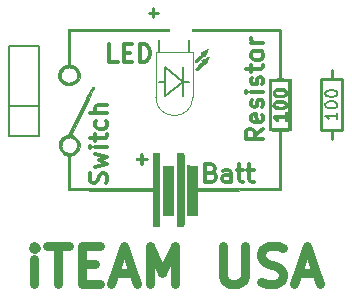
<source format=gto>
G04 #@! TF.FileFunction,Legend,Top*
%FSLAX46Y46*%
G04 Gerber Fmt 4.6, Leading zero omitted, Abs format (unit mm)*
G04 Created by KiCad (PCBNEW 4.0.7) date 02/19/20 21:01:50*
%MOMM*%
%LPD*%
G01*
G04 APERTURE LIST*
%ADD10C,0.100000*%
%ADD11C,0.300000*%
%ADD12C,0.250000*%
%ADD13C,0.800000*%
%ADD14C,0.150000*%
%ADD15C,0.120000*%
%ADD16C,0.254000*%
%ADD17C,0.010000*%
G04 APERTURE END LIST*
D10*
D11*
X178403429Y-91332857D02*
X178617715Y-91404286D01*
X178689143Y-91475714D01*
X178760572Y-91618571D01*
X178760572Y-91832857D01*
X178689143Y-91975714D01*
X178617715Y-92047143D01*
X178474857Y-92118571D01*
X177903429Y-92118571D01*
X177903429Y-90618571D01*
X178403429Y-90618571D01*
X178546286Y-90690000D01*
X178617715Y-90761429D01*
X178689143Y-90904286D01*
X178689143Y-91047143D01*
X178617715Y-91190000D01*
X178546286Y-91261429D01*
X178403429Y-91332857D01*
X177903429Y-91332857D01*
X180046286Y-92118571D02*
X180046286Y-91332857D01*
X179974857Y-91190000D01*
X179832000Y-91118571D01*
X179546286Y-91118571D01*
X179403429Y-91190000D01*
X180046286Y-92047143D02*
X179903429Y-92118571D01*
X179546286Y-92118571D01*
X179403429Y-92047143D01*
X179332000Y-91904286D01*
X179332000Y-91761429D01*
X179403429Y-91618571D01*
X179546286Y-91547143D01*
X179903429Y-91547143D01*
X180046286Y-91475714D01*
X180546286Y-91118571D02*
X181117715Y-91118571D01*
X180760572Y-90618571D02*
X180760572Y-91904286D01*
X180832000Y-92047143D01*
X180974858Y-92118571D01*
X181117715Y-92118571D01*
X181403429Y-91118571D02*
X181974858Y-91118571D01*
X181617715Y-90618571D02*
X181617715Y-91904286D01*
X181689143Y-92047143D01*
X181832001Y-92118571D01*
X181974858Y-92118571D01*
X169517143Y-92221429D02*
X169588571Y-92007143D01*
X169588571Y-91650000D01*
X169517143Y-91507143D01*
X169445714Y-91435714D01*
X169302857Y-91364286D01*
X169160000Y-91364286D01*
X169017143Y-91435714D01*
X168945714Y-91507143D01*
X168874286Y-91650000D01*
X168802857Y-91935714D01*
X168731429Y-92078572D01*
X168660000Y-92150000D01*
X168517143Y-92221429D01*
X168374286Y-92221429D01*
X168231429Y-92150000D01*
X168160000Y-92078572D01*
X168088571Y-91935714D01*
X168088571Y-91578572D01*
X168160000Y-91364286D01*
X168588571Y-90864286D02*
X169588571Y-90578572D01*
X168874286Y-90292858D01*
X169588571Y-90007143D01*
X168588571Y-89721429D01*
X169588571Y-89150000D02*
X168588571Y-89150000D01*
X168088571Y-89150000D02*
X168160000Y-89221429D01*
X168231429Y-89150000D01*
X168160000Y-89078572D01*
X168088571Y-89150000D01*
X168231429Y-89150000D01*
X168588571Y-88650000D02*
X168588571Y-88078571D01*
X168088571Y-88435714D02*
X169374286Y-88435714D01*
X169517143Y-88364286D01*
X169588571Y-88221428D01*
X169588571Y-88078571D01*
X169517143Y-86935714D02*
X169588571Y-87078571D01*
X169588571Y-87364285D01*
X169517143Y-87507143D01*
X169445714Y-87578571D01*
X169302857Y-87650000D01*
X168874286Y-87650000D01*
X168731429Y-87578571D01*
X168660000Y-87507143D01*
X168588571Y-87364285D01*
X168588571Y-87078571D01*
X168660000Y-86935714D01*
X169588571Y-86292857D02*
X168088571Y-86292857D01*
X169588571Y-85650000D02*
X168802857Y-85650000D01*
X168660000Y-85721429D01*
X168588571Y-85864286D01*
X168588571Y-86078571D01*
X168660000Y-86221429D01*
X168731429Y-86292857D01*
X182796571Y-87649428D02*
X182082286Y-88149428D01*
X182796571Y-88506571D02*
X181296571Y-88506571D01*
X181296571Y-87935143D01*
X181368000Y-87792285D01*
X181439429Y-87720857D01*
X181582286Y-87649428D01*
X181796571Y-87649428D01*
X181939429Y-87720857D01*
X182010857Y-87792285D01*
X182082286Y-87935143D01*
X182082286Y-88506571D01*
X182725143Y-86435143D02*
X182796571Y-86578000D01*
X182796571Y-86863714D01*
X182725143Y-87006571D01*
X182582286Y-87078000D01*
X182010857Y-87078000D01*
X181868000Y-87006571D01*
X181796571Y-86863714D01*
X181796571Y-86578000D01*
X181868000Y-86435143D01*
X182010857Y-86363714D01*
X182153714Y-86363714D01*
X182296571Y-87078000D01*
X182725143Y-85792286D02*
X182796571Y-85649429D01*
X182796571Y-85363714D01*
X182725143Y-85220857D01*
X182582286Y-85149429D01*
X182510857Y-85149429D01*
X182368000Y-85220857D01*
X182296571Y-85363714D01*
X182296571Y-85578000D01*
X182225143Y-85720857D01*
X182082286Y-85792286D01*
X182010857Y-85792286D01*
X181868000Y-85720857D01*
X181796571Y-85578000D01*
X181796571Y-85363714D01*
X181868000Y-85220857D01*
X182796571Y-84506571D02*
X181796571Y-84506571D01*
X181296571Y-84506571D02*
X181368000Y-84578000D01*
X181439429Y-84506571D01*
X181368000Y-84435143D01*
X181296571Y-84506571D01*
X181439429Y-84506571D01*
X182725143Y-83863714D02*
X182796571Y-83720857D01*
X182796571Y-83435142D01*
X182725143Y-83292285D01*
X182582286Y-83220857D01*
X182510857Y-83220857D01*
X182368000Y-83292285D01*
X182296571Y-83435142D01*
X182296571Y-83649428D01*
X182225143Y-83792285D01*
X182082286Y-83863714D01*
X182010857Y-83863714D01*
X181868000Y-83792285D01*
X181796571Y-83649428D01*
X181796571Y-83435142D01*
X181868000Y-83292285D01*
X181796571Y-82792285D02*
X181796571Y-82220856D01*
X181296571Y-82577999D02*
X182582286Y-82577999D01*
X182725143Y-82506571D01*
X182796571Y-82363713D01*
X182796571Y-82220856D01*
X182796571Y-81506570D02*
X182725143Y-81649428D01*
X182653714Y-81720856D01*
X182510857Y-81792285D01*
X182082286Y-81792285D01*
X181939429Y-81720856D01*
X181868000Y-81649428D01*
X181796571Y-81506570D01*
X181796571Y-81292285D01*
X181868000Y-81149428D01*
X181939429Y-81077999D01*
X182082286Y-81006570D01*
X182510857Y-81006570D01*
X182653714Y-81077999D01*
X182725143Y-81149428D01*
X182796571Y-81292285D01*
X182796571Y-81506570D01*
X182796571Y-80363713D02*
X181796571Y-80363713D01*
X182082286Y-80363713D02*
X181939429Y-80292285D01*
X181868000Y-80220856D01*
X181796571Y-80077999D01*
X181796571Y-79935142D01*
X170485715Y-81958571D02*
X169771429Y-81958571D01*
X169771429Y-80458571D01*
X170985715Y-81172857D02*
X171485715Y-81172857D01*
X171700001Y-81958571D02*
X170985715Y-81958571D01*
X170985715Y-80458571D01*
X171700001Y-80458571D01*
X172342858Y-81958571D02*
X172342858Y-80458571D01*
X172700001Y-80458571D01*
X172914286Y-80530000D01*
X173057144Y-80672857D01*
X173128572Y-80815714D01*
X173200001Y-81101429D01*
X173200001Y-81315714D01*
X173128572Y-81601429D01*
X173057144Y-81744286D01*
X172914286Y-81887143D01*
X172700001Y-81958571D01*
X172342858Y-81958571D01*
D12*
X173101048Y-77795429D02*
X173862953Y-77795429D01*
X173482001Y-78176381D02*
X173482001Y-77414476D01*
D13*
X163420716Y-100784238D02*
X163420716Y-98617571D01*
X163420716Y-97534238D02*
X163265954Y-97689000D01*
X163420716Y-97843762D01*
X163575477Y-97689000D01*
X163420716Y-97534238D01*
X163420716Y-97843762D01*
X164504049Y-97534238D02*
X166361192Y-97534238D01*
X165432620Y-100784238D02*
X165432620Y-97534238D01*
X167444525Y-99081857D02*
X168527858Y-99081857D01*
X168992144Y-100784238D02*
X167444525Y-100784238D01*
X167444525Y-97534238D01*
X168992144Y-97534238D01*
X170230239Y-99855667D02*
X171777858Y-99855667D01*
X169920715Y-100784238D02*
X171004048Y-97534238D01*
X172087381Y-100784238D01*
X173170715Y-100784238D02*
X173170715Y-97534238D01*
X174254048Y-99855667D01*
X175337381Y-97534238D01*
X175337381Y-100784238D01*
X179361191Y-97534238D02*
X179361191Y-100165190D01*
X179515952Y-100474714D01*
X179670714Y-100629476D01*
X179980238Y-100784238D01*
X180599286Y-100784238D01*
X180908810Y-100629476D01*
X181063571Y-100474714D01*
X181218333Y-100165190D01*
X181218333Y-97534238D01*
X182611191Y-100629476D02*
X183075476Y-100784238D01*
X183849286Y-100784238D01*
X184158810Y-100629476D01*
X184313572Y-100474714D01*
X184468333Y-100165190D01*
X184468333Y-99855667D01*
X184313572Y-99546143D01*
X184158810Y-99391381D01*
X183849286Y-99236619D01*
X183230238Y-99081857D01*
X182920714Y-98927095D01*
X182765953Y-98772333D01*
X182611191Y-98462810D01*
X182611191Y-98153286D01*
X182765953Y-97843762D01*
X182920714Y-97689000D01*
X183230238Y-97534238D01*
X184004048Y-97534238D01*
X184468333Y-97689000D01*
X185706429Y-99855667D02*
X187254048Y-99855667D01*
X185396905Y-100784238D02*
X186480238Y-97534238D01*
X187563571Y-100784238D01*
D14*
X174490000Y-83625000D02*
X173990000Y-83625000D01*
X175990000Y-82375000D02*
X175990000Y-84875000D01*
X174490000Y-84875000D02*
X175990000Y-83625000D01*
X175990000Y-83625000D02*
X174490000Y-82375000D01*
X174490000Y-82375000D02*
X174490000Y-84875000D01*
X175990000Y-83625000D02*
X176490000Y-83625000D01*
X176490000Y-81125000D02*
X176490000Y-80125000D01*
X173990000Y-81125000D02*
X173990000Y-80125000D01*
D15*
X176820000Y-84945000D02*
G75*
G02X173700000Y-84945000I-1560000J0D01*
G01*
X173700000Y-81085000D02*
X173700000Y-84945000D01*
X176820000Y-81085000D02*
X176820000Y-84945000D01*
X173700000Y-81085000D02*
X176820000Y-81085000D01*
X176820000Y-82205000D02*
X176820000Y-81085000D01*
X173990000Y-81085000D02*
X173990000Y-81085000D01*
X176530000Y-81085000D02*
X176530000Y-81085000D01*
D16*
X187706000Y-87757000D02*
X189484000Y-87757000D01*
X189484000Y-87757000D02*
X189484000Y-83439000D01*
X187706000Y-83439000D02*
X187706000Y-87757000D01*
X188595000Y-83439000D02*
X188595000Y-82677000D01*
X188595000Y-87757000D02*
X188595000Y-88519000D01*
X187706000Y-83439000D02*
X189484000Y-83439000D01*
D14*
X163830000Y-88265000D02*
X161290000Y-88265000D01*
X161290000Y-88265000D02*
X161290000Y-80645000D01*
X161290000Y-80645000D02*
X163830000Y-80645000D01*
X163830000Y-80645000D02*
X163830000Y-88265000D01*
X161290000Y-85725000D02*
X163830000Y-85725000D01*
D17*
G36*
X178156632Y-81590110D02*
X178117323Y-81690456D01*
X178055964Y-81830484D01*
X178024941Y-81897707D01*
X177947175Y-82052971D01*
X177889639Y-82145246D01*
X177856841Y-82167729D01*
X177852158Y-82158417D01*
X177825507Y-82095610D01*
X177808416Y-82084333D01*
X177768861Y-82112404D01*
X177683370Y-82188362D01*
X177565468Y-82299826D01*
X177458888Y-82404264D01*
X177314210Y-82545574D01*
X177215808Y-82633315D01*
X177151832Y-82675481D01*
X177110434Y-82680065D01*
X177082351Y-82658264D01*
X177057101Y-82620948D01*
X177053232Y-82581582D01*
X177078426Y-82528379D01*
X177140365Y-82449556D01*
X177246733Y-82333325D01*
X177395311Y-82178165D01*
X177519303Y-82045110D01*
X177588145Y-81957678D01*
X177609177Y-81904364D01*
X177589735Y-81873659D01*
X177589559Y-81873550D01*
X177546223Y-81833131D01*
X177547226Y-81818360D01*
X177601915Y-81786873D01*
X177705392Y-81736811D01*
X177834964Y-81678093D01*
X177967939Y-81620635D01*
X178081624Y-81574356D01*
X178153324Y-81549172D01*
X178166501Y-81547723D01*
X178156632Y-81590110D01*
X178156632Y-81590110D01*
G37*
X178156632Y-81590110D02*
X178117323Y-81690456D01*
X178055964Y-81830484D01*
X178024941Y-81897707D01*
X177947175Y-82052971D01*
X177889639Y-82145246D01*
X177856841Y-82167729D01*
X177852158Y-82158417D01*
X177825507Y-82095610D01*
X177808416Y-82084333D01*
X177768861Y-82112404D01*
X177683370Y-82188362D01*
X177565468Y-82299826D01*
X177458888Y-82404264D01*
X177314210Y-82545574D01*
X177215808Y-82633315D01*
X177151832Y-82675481D01*
X177110434Y-82680065D01*
X177082351Y-82658264D01*
X177057101Y-82620948D01*
X177053232Y-82581582D01*
X177078426Y-82528379D01*
X177140365Y-82449556D01*
X177246733Y-82333325D01*
X177395311Y-82178165D01*
X177519303Y-82045110D01*
X177588145Y-81957678D01*
X177609177Y-81904364D01*
X177589735Y-81873659D01*
X177589559Y-81873550D01*
X177546223Y-81833131D01*
X177547226Y-81818360D01*
X177601915Y-81786873D01*
X177705392Y-81736811D01*
X177834964Y-81678093D01*
X177967939Y-81620635D01*
X178081624Y-81574356D01*
X178153324Y-81549172D01*
X178166501Y-81547723D01*
X178156632Y-81590110D01*
G36*
X178109805Y-80892271D02*
X178071132Y-80987532D01*
X178011574Y-81125118D01*
X177979507Y-81197033D01*
X177902984Y-81360154D01*
X177849908Y-81453460D01*
X177813645Y-81486278D01*
X177787563Y-81467935D01*
X177787251Y-81467381D01*
X177761276Y-81444592D01*
X177717888Y-81455750D01*
X177646324Y-81508343D01*
X177535819Y-81609856D01*
X177422223Y-81721296D01*
X177278363Y-81862880D01*
X177181158Y-81952047D01*
X177117863Y-81996712D01*
X177075733Y-82004790D01*
X177042021Y-81984197D01*
X177025940Y-81967395D01*
X176998123Y-81929304D01*
X176995381Y-81889346D01*
X177025982Y-81834361D01*
X177098194Y-81751187D01*
X177220283Y-81626664D01*
X177272861Y-81574319D01*
X177413730Y-81431811D01*
X177500562Y-81335311D01*
X177541310Y-81273159D01*
X177543925Y-81233692D01*
X177521893Y-81209115D01*
X177499094Y-81179841D01*
X177519317Y-81145937D01*
X177593386Y-81098994D01*
X177732127Y-81030603D01*
X177780911Y-81007910D01*
X177930494Y-80939412D01*
X178047282Y-80887088D01*
X178112806Y-80859166D01*
X178120418Y-80856667D01*
X178109805Y-80892271D01*
X178109805Y-80892271D01*
G37*
X178109805Y-80892271D02*
X178071132Y-80987532D01*
X178011574Y-81125118D01*
X177979507Y-81197033D01*
X177902984Y-81360154D01*
X177849908Y-81453460D01*
X177813645Y-81486278D01*
X177787563Y-81467935D01*
X177787251Y-81467381D01*
X177761276Y-81444592D01*
X177717888Y-81455750D01*
X177646324Y-81508343D01*
X177535819Y-81609856D01*
X177422223Y-81721296D01*
X177278363Y-81862880D01*
X177181158Y-81952047D01*
X177117863Y-81996712D01*
X177075733Y-82004790D01*
X177042021Y-81984197D01*
X177025940Y-81967395D01*
X176998123Y-81929304D01*
X176995381Y-81889346D01*
X177025982Y-81834361D01*
X177098194Y-81751187D01*
X177220283Y-81626664D01*
X177272861Y-81574319D01*
X177413730Y-81431811D01*
X177500562Y-81335311D01*
X177541310Y-81273159D01*
X177543925Y-81233692D01*
X177521893Y-81209115D01*
X177499094Y-81179841D01*
X177519317Y-81145937D01*
X177593386Y-81098994D01*
X177732127Y-81030603D01*
X177780911Y-81007910D01*
X177930494Y-80939412D01*
X178047282Y-80887088D01*
X178112806Y-80859166D01*
X178120418Y-80856667D01*
X178109805Y-80892271D01*
G36*
X168422458Y-84121894D02*
X168461781Y-84165217D01*
X168463311Y-84174868D01*
X168448241Y-84211318D01*
X168404809Y-84305090D01*
X168335675Y-84450682D01*
X168243501Y-84642589D01*
X168130951Y-84875308D01*
X168000685Y-85143336D01*
X167855366Y-85441170D01*
X167697656Y-85763306D01*
X167530218Y-86104240D01*
X167519117Y-86126808D01*
X167350819Y-86469320D01*
X167191782Y-86793799D01*
X167044706Y-87094682D01*
X166912290Y-87366410D01*
X166797233Y-87603420D01*
X166702235Y-87800151D01*
X166629994Y-87951043D01*
X166583211Y-88050535D01*
X166564583Y-88093066D01*
X166564427Y-88093652D01*
X166587782Y-88136307D01*
X166663987Y-88179991D01*
X166685188Y-88188120D01*
X166887525Y-88295920D01*
X167056930Y-88456651D01*
X167182704Y-88656802D01*
X167254154Y-88882857D01*
X167258813Y-88912852D01*
X167255998Y-89120463D01*
X167198296Y-89328464D01*
X167095058Y-89521891D01*
X166955636Y-89685780D01*
X166789382Y-89805167D01*
X166672183Y-89851590D01*
X166569278Y-89879725D01*
X166491946Y-89901048D01*
X166475104Y-89905764D01*
X166463512Y-89923955D01*
X166454004Y-89974859D01*
X166446412Y-90063772D01*
X166440568Y-90195985D01*
X166436304Y-90376794D01*
X166433452Y-90611491D01*
X166431844Y-90905370D01*
X166431312Y-91263725D01*
X166431311Y-91285625D01*
X166431311Y-92653069D01*
X173472489Y-92653069D01*
X173490759Y-89657621D01*
X173981242Y-89657621D01*
X173981242Y-95858725D01*
X173752033Y-95868918D01*
X173630961Y-95870614D01*
X173539057Y-95865062D01*
X173498033Y-95854320D01*
X173492762Y-95815093D01*
X173487874Y-95713169D01*
X173483490Y-95555917D01*
X173479730Y-95350710D01*
X173476717Y-95104917D01*
X173474571Y-94825910D01*
X173473413Y-94521060D01*
X173473242Y-94346566D01*
X173473242Y-92863604D01*
X169855931Y-92854681D01*
X166238621Y-92845759D01*
X166229486Y-91370985D01*
X166220352Y-89896211D01*
X166087764Y-89856487D01*
X165982870Y-89809570D01*
X165864163Y-89734569D01*
X165806656Y-89689634D01*
X165639847Y-89504500D01*
X165534152Y-89292983D01*
X165491145Y-89066564D01*
X165708404Y-89066564D01*
X165727779Y-89176357D01*
X165794955Y-89329204D01*
X165901929Y-89474295D01*
X166028753Y-89587376D01*
X166097832Y-89626315D01*
X166232941Y-89661517D01*
X166397771Y-89672339D01*
X166556065Y-89657993D01*
X166630478Y-89637875D01*
X166798675Y-89538779D01*
X166929035Y-89390328D01*
X167011626Y-89207442D01*
X167036907Y-89027477D01*
X167005057Y-88812104D01*
X166914590Y-88628151D01*
X166773130Y-88484191D01*
X166588300Y-88388800D01*
X166439753Y-88355815D01*
X166241999Y-88364494D01*
X166062061Y-88431524D01*
X165909336Y-88546076D01*
X165793220Y-88697319D01*
X165723111Y-88874424D01*
X165708404Y-89066564D01*
X165491145Y-89066564D01*
X165490891Y-89065229D01*
X165511384Y-88831387D01*
X165596951Y-88601602D01*
X165652942Y-88508254D01*
X165792288Y-88347793D01*
X165970108Y-88230755D01*
X166126173Y-88168436D01*
X166298321Y-88112316D01*
X167279865Y-86117245D01*
X167451862Y-85768459D01*
X167615439Y-85438322D01*
X167767881Y-85132209D01*
X167906473Y-84855497D01*
X168028502Y-84613562D01*
X168131251Y-84411782D01*
X168212008Y-84255534D01*
X168268057Y-84150193D01*
X168296683Y-84101137D01*
X168299162Y-84098341D01*
X168356389Y-84094072D01*
X168422458Y-84121894D01*
X168422458Y-84121894D01*
G37*
X168422458Y-84121894D02*
X168461781Y-84165217D01*
X168463311Y-84174868D01*
X168448241Y-84211318D01*
X168404809Y-84305090D01*
X168335675Y-84450682D01*
X168243501Y-84642589D01*
X168130951Y-84875308D01*
X168000685Y-85143336D01*
X167855366Y-85441170D01*
X167697656Y-85763306D01*
X167530218Y-86104240D01*
X167519117Y-86126808D01*
X167350819Y-86469320D01*
X167191782Y-86793799D01*
X167044706Y-87094682D01*
X166912290Y-87366410D01*
X166797233Y-87603420D01*
X166702235Y-87800151D01*
X166629994Y-87951043D01*
X166583211Y-88050535D01*
X166564583Y-88093066D01*
X166564427Y-88093652D01*
X166587782Y-88136307D01*
X166663987Y-88179991D01*
X166685188Y-88188120D01*
X166887525Y-88295920D01*
X167056930Y-88456651D01*
X167182704Y-88656802D01*
X167254154Y-88882857D01*
X167258813Y-88912852D01*
X167255998Y-89120463D01*
X167198296Y-89328464D01*
X167095058Y-89521891D01*
X166955636Y-89685780D01*
X166789382Y-89805167D01*
X166672183Y-89851590D01*
X166569278Y-89879725D01*
X166491946Y-89901048D01*
X166475104Y-89905764D01*
X166463512Y-89923955D01*
X166454004Y-89974859D01*
X166446412Y-90063772D01*
X166440568Y-90195985D01*
X166436304Y-90376794D01*
X166433452Y-90611491D01*
X166431844Y-90905370D01*
X166431312Y-91263725D01*
X166431311Y-91285625D01*
X166431311Y-92653069D01*
X173472489Y-92653069D01*
X173490759Y-89657621D01*
X173981242Y-89657621D01*
X173981242Y-95858725D01*
X173752033Y-95868918D01*
X173630961Y-95870614D01*
X173539057Y-95865062D01*
X173498033Y-95854320D01*
X173492762Y-95815093D01*
X173487874Y-95713169D01*
X173483490Y-95555917D01*
X173479730Y-95350710D01*
X173476717Y-95104917D01*
X173474571Y-94825910D01*
X173473413Y-94521060D01*
X173473242Y-94346566D01*
X173473242Y-92863604D01*
X169855931Y-92854681D01*
X166238621Y-92845759D01*
X166229486Y-91370985D01*
X166220352Y-89896211D01*
X166087764Y-89856487D01*
X165982870Y-89809570D01*
X165864163Y-89734569D01*
X165806656Y-89689634D01*
X165639847Y-89504500D01*
X165534152Y-89292983D01*
X165491145Y-89066564D01*
X165708404Y-89066564D01*
X165727779Y-89176357D01*
X165794955Y-89329204D01*
X165901929Y-89474295D01*
X166028753Y-89587376D01*
X166097832Y-89626315D01*
X166232941Y-89661517D01*
X166397771Y-89672339D01*
X166556065Y-89657993D01*
X166630478Y-89637875D01*
X166798675Y-89538779D01*
X166929035Y-89390328D01*
X167011626Y-89207442D01*
X167036907Y-89027477D01*
X167005057Y-88812104D01*
X166914590Y-88628151D01*
X166773130Y-88484191D01*
X166588300Y-88388800D01*
X166439753Y-88355815D01*
X166241999Y-88364494D01*
X166062061Y-88431524D01*
X165909336Y-88546076D01*
X165793220Y-88697319D01*
X165723111Y-88874424D01*
X165708404Y-89066564D01*
X165491145Y-89066564D01*
X165490891Y-89065229D01*
X165511384Y-88831387D01*
X165596951Y-88601602D01*
X165652942Y-88508254D01*
X165792288Y-88347793D01*
X165970108Y-88230755D01*
X166126173Y-88168436D01*
X166298321Y-88112316D01*
X167279865Y-86117245D01*
X167451862Y-85768459D01*
X167615439Y-85438322D01*
X167767881Y-85132209D01*
X167906473Y-84855497D01*
X168028502Y-84613562D01*
X168131251Y-84411782D01*
X168212008Y-84255534D01*
X168268057Y-84150193D01*
X168296683Y-84101137D01*
X168299162Y-84098341D01*
X168356389Y-84094072D01*
X168422458Y-84121894D01*
G36*
X175884212Y-89647664D02*
X175983349Y-89662512D01*
X176016300Y-89677677D01*
X176025114Y-89693394D01*
X176032848Y-89727744D01*
X176039570Y-89784869D01*
X176045347Y-89868910D01*
X176050244Y-89984009D01*
X176054329Y-90134305D01*
X176057668Y-90323941D01*
X176060328Y-90557057D01*
X176062376Y-90837796D01*
X176063877Y-91170297D01*
X176064899Y-91558703D01*
X176065508Y-92007153D01*
X176065770Y-92519790D01*
X176065793Y-92755456D01*
X176065565Y-93317410D01*
X176064848Y-93812656D01*
X176063598Y-94244552D01*
X176061768Y-94616460D01*
X176059313Y-94931736D01*
X176056186Y-95193742D01*
X176052343Y-95405836D01*
X176047736Y-95571378D01*
X176042320Y-95693727D01*
X176036049Y-95776242D01*
X176028878Y-95822282D01*
X176023752Y-95834200D01*
X175966579Y-95858413D01*
X175868688Y-95872493D01*
X175752611Y-95876519D01*
X175640876Y-95870570D01*
X175556014Y-95854724D01*
X175521375Y-95832449D01*
X175518984Y-95791607D01*
X175516898Y-95685808D01*
X175515129Y-95520160D01*
X175513691Y-95299775D01*
X175512595Y-95029761D01*
X175511855Y-94715231D01*
X175511483Y-94361293D01*
X175511491Y-93973058D01*
X175511892Y-93555637D01*
X175512700Y-93114138D01*
X175513716Y-92723138D01*
X175522759Y-89657621D01*
X175744783Y-89647111D01*
X175884212Y-89647664D01*
X175884212Y-89647664D01*
G37*
X175884212Y-89647664D02*
X175983349Y-89662512D01*
X176016300Y-89677677D01*
X176025114Y-89693394D01*
X176032848Y-89727744D01*
X176039570Y-89784869D01*
X176045347Y-89868910D01*
X176050244Y-89984009D01*
X176054329Y-90134305D01*
X176057668Y-90323941D01*
X176060328Y-90557057D01*
X176062376Y-90837796D01*
X176063877Y-91170297D01*
X176064899Y-91558703D01*
X176065508Y-92007153D01*
X176065770Y-92519790D01*
X176065793Y-92755456D01*
X176065565Y-93317410D01*
X176064848Y-93812656D01*
X176063598Y-94244552D01*
X176061768Y-94616460D01*
X176059313Y-94931736D01*
X176056186Y-95193742D01*
X176052343Y-95405836D01*
X176047736Y-95571378D01*
X176042320Y-95693727D01*
X176036049Y-95776242D01*
X176028878Y-95822282D01*
X176023752Y-95834200D01*
X175966579Y-95858413D01*
X175868688Y-95872493D01*
X175752611Y-95876519D01*
X175640876Y-95870570D01*
X175556014Y-95854724D01*
X175521375Y-95832449D01*
X175518984Y-95791607D01*
X175516898Y-95685808D01*
X175515129Y-95520160D01*
X175513691Y-95299775D01*
X175512595Y-95029761D01*
X175511855Y-94715231D01*
X175511483Y-94361293D01*
X175511491Y-93973058D01*
X175511892Y-93555637D01*
X175512700Y-93114138D01*
X175513716Y-92723138D01*
X175522759Y-89657621D01*
X175744783Y-89647111D01*
X175884212Y-89647664D01*
G36*
X175172414Y-94912794D02*
X174742558Y-94922636D01*
X174549375Y-94925102D01*
X174417120Y-94921656D01*
X174336846Y-94911595D01*
X174299605Y-94894219D01*
X174295535Y-94887601D01*
X174292566Y-94845267D01*
X174290064Y-94739178D01*
X174288055Y-94575647D01*
X174286562Y-94360985D01*
X174285609Y-94101507D01*
X174285222Y-93803524D01*
X174285424Y-93473348D01*
X174286240Y-93117294D01*
X174287460Y-92793207D01*
X174296552Y-90743690D01*
X175172414Y-90743690D01*
X175172414Y-94912794D01*
X175172414Y-94912794D01*
G37*
X175172414Y-94912794D02*
X174742558Y-94922636D01*
X174549375Y-94925102D01*
X174417120Y-94921656D01*
X174336846Y-94911595D01*
X174299605Y-94894219D01*
X174295535Y-94887601D01*
X174292566Y-94845267D01*
X174290064Y-94739178D01*
X174288055Y-94575647D01*
X174286562Y-94360985D01*
X174285609Y-94101507D01*
X174285222Y-93803524D01*
X174285424Y-93473348D01*
X174286240Y-93117294D01*
X174287460Y-92793207D01*
X174296552Y-90743690D01*
X175172414Y-90743690D01*
X175172414Y-94912794D01*
G36*
X182644477Y-79171971D02*
X183029877Y-79173275D01*
X183357569Y-79175283D01*
X183630023Y-79178015D01*
X183849712Y-79181491D01*
X184019105Y-79185731D01*
X184140676Y-79190754D01*
X184216896Y-79196582D01*
X184250235Y-79203234D01*
X184251321Y-79203958D01*
X184261560Y-79223017D01*
X184270285Y-79265135D01*
X184277604Y-79335194D01*
X184283630Y-79438076D01*
X184288473Y-79578663D01*
X184292242Y-79761838D01*
X184295049Y-79992481D01*
X184297005Y-80275476D01*
X184298219Y-80615704D01*
X184298803Y-81018047D01*
X184298897Y-81305075D01*
X184298897Y-83366708D01*
X184710552Y-83376578D01*
X185122207Y-83386449D01*
X185122207Y-87765759D01*
X184710782Y-87775627D01*
X184299357Y-87785496D01*
X184290368Y-90315627D01*
X184281379Y-92845759D01*
X177222989Y-92863611D01*
X177213701Y-93888202D01*
X177204414Y-94912794D01*
X176799650Y-94922604D01*
X176637690Y-94924483D01*
X176502136Y-94922207D01*
X176407902Y-94916284D01*
X176370478Y-94908007D01*
X176366077Y-94869498D01*
X176361930Y-94767104D01*
X176358111Y-94607008D01*
X176354690Y-94395393D01*
X176351739Y-94138442D01*
X176349330Y-93842339D01*
X176347534Y-93513267D01*
X176346424Y-93157409D01*
X176346069Y-92803807D01*
X176346069Y-90724016D01*
X176775242Y-90733853D01*
X177204414Y-90743690D01*
X177213736Y-91698380D01*
X177223057Y-92653069D01*
X184088690Y-92653069D01*
X184088690Y-87785500D01*
X183677035Y-87775629D01*
X183265379Y-87765759D01*
X183265379Y-83579138D01*
X183458069Y-83579138D01*
X183458069Y-87573069D01*
X184929517Y-87573069D01*
X184929517Y-83579138D01*
X183458069Y-83579138D01*
X183265379Y-83579138D01*
X183265379Y-83386449D01*
X183677035Y-83376578D01*
X184088690Y-83366708D01*
X184088690Y-79375323D01*
X176748966Y-79357483D01*
X176748966Y-79182311D01*
X180476356Y-79173392D01*
X181117307Y-79172081D01*
X181690663Y-79171394D01*
X182198896Y-79171350D01*
X182644477Y-79171971D01*
X182644477Y-79171971D01*
G37*
X182644477Y-79171971D02*
X183029877Y-79173275D01*
X183357569Y-79175283D01*
X183630023Y-79178015D01*
X183849712Y-79181491D01*
X184019105Y-79185731D01*
X184140676Y-79190754D01*
X184216896Y-79196582D01*
X184250235Y-79203234D01*
X184251321Y-79203958D01*
X184261560Y-79223017D01*
X184270285Y-79265135D01*
X184277604Y-79335194D01*
X184283630Y-79438076D01*
X184288473Y-79578663D01*
X184292242Y-79761838D01*
X184295049Y-79992481D01*
X184297005Y-80275476D01*
X184298219Y-80615704D01*
X184298803Y-81018047D01*
X184298897Y-81305075D01*
X184298897Y-83366708D01*
X184710552Y-83376578D01*
X185122207Y-83386449D01*
X185122207Y-87765759D01*
X184710782Y-87775627D01*
X184299357Y-87785496D01*
X184290368Y-90315627D01*
X184281379Y-92845759D01*
X177222989Y-92863611D01*
X177213701Y-93888202D01*
X177204414Y-94912794D01*
X176799650Y-94922604D01*
X176637690Y-94924483D01*
X176502136Y-94922207D01*
X176407902Y-94916284D01*
X176370478Y-94908007D01*
X176366077Y-94869498D01*
X176361930Y-94767104D01*
X176358111Y-94607008D01*
X176354690Y-94395393D01*
X176351739Y-94138442D01*
X176349330Y-93842339D01*
X176347534Y-93513267D01*
X176346424Y-93157409D01*
X176346069Y-92803807D01*
X176346069Y-90724016D01*
X176775242Y-90733853D01*
X177204414Y-90743690D01*
X177213736Y-91698380D01*
X177223057Y-92653069D01*
X184088690Y-92653069D01*
X184088690Y-87785500D01*
X183677035Y-87775629D01*
X183265379Y-87765759D01*
X183265379Y-83579138D01*
X183458069Y-83579138D01*
X183458069Y-87573069D01*
X184929517Y-87573069D01*
X184929517Y-83579138D01*
X183458069Y-83579138D01*
X183265379Y-83579138D01*
X183265379Y-83386449D01*
X183677035Y-83376578D01*
X184088690Y-83366708D01*
X184088690Y-79375323D01*
X176748966Y-79357483D01*
X176748966Y-79182311D01*
X180476356Y-79173392D01*
X181117307Y-79172081D01*
X181690663Y-79171394D01*
X182198896Y-79171350D01*
X182644477Y-79171971D01*
G36*
X172522329Y-89666236D02*
X172568053Y-89748962D01*
X172590452Y-89880195D01*
X172601041Y-90060518D01*
X172770093Y-90060518D01*
X172901474Y-90073945D01*
X172983124Y-90110720D01*
X173007943Y-90165578D01*
X172982759Y-90218173D01*
X172911358Y-90255674D01*
X172784286Y-90270585D01*
X172768262Y-90270725D01*
X172597379Y-90270725D01*
X172597379Y-90438890D01*
X172582695Y-90566165D01*
X172544583Y-90654159D01*
X172491953Y-90695007D01*
X172433715Y-90680842D01*
X172388405Y-90623373D01*
X172364660Y-90544460D01*
X172352540Y-90436618D01*
X172352138Y-90414997D01*
X172352138Y-90274386D01*
X172168207Y-90263797D01*
X172060830Y-90254742D01*
X172006059Y-90237430D01*
X171986443Y-90202545D01*
X171984276Y-90165621D01*
X171990308Y-90114142D01*
X172020041Y-90086349D01*
X172090928Y-90072926D01*
X172168207Y-90067445D01*
X172352138Y-90056856D01*
X172352138Y-89907728D01*
X172368776Y-89764269D01*
X172410689Y-89675276D01*
X172465874Y-89642136D01*
X172522329Y-89666236D01*
X172522329Y-89666236D01*
G37*
X172522329Y-89666236D02*
X172568053Y-89748962D01*
X172590452Y-89880195D01*
X172601041Y-90060518D01*
X172770093Y-90060518D01*
X172901474Y-90073945D01*
X172983124Y-90110720D01*
X173007943Y-90165578D01*
X172982759Y-90218173D01*
X172911358Y-90255674D01*
X172784286Y-90270585D01*
X172768262Y-90270725D01*
X172597379Y-90270725D01*
X172597379Y-90438890D01*
X172582695Y-90566165D01*
X172544583Y-90654159D01*
X172491953Y-90695007D01*
X172433715Y-90680842D01*
X172388405Y-90623373D01*
X172364660Y-90544460D01*
X172352540Y-90436618D01*
X172352138Y-90414997D01*
X172352138Y-90274386D01*
X172168207Y-90263797D01*
X172060830Y-90254742D01*
X172006059Y-90237430D01*
X171986443Y-90202545D01*
X171984276Y-90165621D01*
X171990308Y-90114142D01*
X172020041Y-90086349D01*
X172090928Y-90072926D01*
X172168207Y-90067445D01*
X172352138Y-90056856D01*
X172352138Y-89907728D01*
X172368776Y-89764269D01*
X172410689Y-89675276D01*
X172465874Y-89642136D01*
X172522329Y-89666236D01*
G36*
X174822069Y-79357483D02*
X170626690Y-79366384D01*
X166431311Y-79375284D01*
X166431311Y-82206635D01*
X166569626Y-82230003D01*
X166773318Y-82297714D01*
X166952172Y-82420219D01*
X167097739Y-82584682D01*
X167201572Y-82778267D01*
X167255221Y-82988140D01*
X167250240Y-83201464D01*
X167240147Y-83248740D01*
X167163912Y-83457786D01*
X167046084Y-83625041D01*
X166876218Y-83762671D01*
X166729104Y-83843877D01*
X166529272Y-83907993D01*
X166304492Y-83927546D01*
X166084973Y-83901186D01*
X166002261Y-83876339D01*
X165788141Y-83761827D01*
X165608739Y-83593527D01*
X165527437Y-83477311D01*
X165473202Y-83371141D01*
X165444262Y-83267990D01*
X165433572Y-83137610D01*
X165433315Y-83114642D01*
X165638106Y-83114642D01*
X165677610Y-83294941D01*
X165769110Y-83451742D01*
X165903870Y-83577882D01*
X166073155Y-83666197D01*
X166268230Y-83709525D01*
X166480360Y-83700701D01*
X166584060Y-83676324D01*
X166756967Y-83591159D01*
X166896629Y-83457590D01*
X166993822Y-83290917D01*
X167039320Y-83106443D01*
X167028682Y-82938887D01*
X166955769Y-82753138D01*
X166837833Y-82609060D01*
X166686311Y-82506826D01*
X166512641Y-82446612D01*
X166328260Y-82428591D01*
X166144605Y-82452937D01*
X165973114Y-82519826D01*
X165825223Y-82629431D01*
X165712371Y-82781927D01*
X165659334Y-82918008D01*
X165638106Y-83114642D01*
X165433315Y-83114642D01*
X165432828Y-83071138D01*
X165438009Y-82922707D01*
X165458460Y-82813084D01*
X165501542Y-82711456D01*
X165531515Y-82658006D01*
X165671523Y-82479079D01*
X165852772Y-82335272D01*
X166053784Y-82243278D01*
X166071709Y-82238218D01*
X166220370Y-82198457D01*
X166229495Y-80690384D01*
X166238621Y-79182311D01*
X174822069Y-79182311D01*
X174822069Y-79357483D01*
X174822069Y-79357483D01*
G37*
X174822069Y-79357483D02*
X170626690Y-79366384D01*
X166431311Y-79375284D01*
X166431311Y-82206635D01*
X166569626Y-82230003D01*
X166773318Y-82297714D01*
X166952172Y-82420219D01*
X167097739Y-82584682D01*
X167201572Y-82778267D01*
X167255221Y-82988140D01*
X167250240Y-83201464D01*
X167240147Y-83248740D01*
X167163912Y-83457786D01*
X167046084Y-83625041D01*
X166876218Y-83762671D01*
X166729104Y-83843877D01*
X166529272Y-83907993D01*
X166304492Y-83927546D01*
X166084973Y-83901186D01*
X166002261Y-83876339D01*
X165788141Y-83761827D01*
X165608739Y-83593527D01*
X165527437Y-83477311D01*
X165473202Y-83371141D01*
X165444262Y-83267990D01*
X165433572Y-83137610D01*
X165433315Y-83114642D01*
X165638106Y-83114642D01*
X165677610Y-83294941D01*
X165769110Y-83451742D01*
X165903870Y-83577882D01*
X166073155Y-83666197D01*
X166268230Y-83709525D01*
X166480360Y-83700701D01*
X166584060Y-83676324D01*
X166756967Y-83591159D01*
X166896629Y-83457590D01*
X166993822Y-83290917D01*
X167039320Y-83106443D01*
X167028682Y-82938887D01*
X166955769Y-82753138D01*
X166837833Y-82609060D01*
X166686311Y-82506826D01*
X166512641Y-82446612D01*
X166328260Y-82428591D01*
X166144605Y-82452937D01*
X165973114Y-82519826D01*
X165825223Y-82629431D01*
X165712371Y-82781927D01*
X165659334Y-82918008D01*
X165638106Y-83114642D01*
X165433315Y-83114642D01*
X165432828Y-83071138D01*
X165438009Y-82922707D01*
X165458460Y-82813084D01*
X165501542Y-82711456D01*
X165531515Y-82658006D01*
X165671523Y-82479079D01*
X165852772Y-82335272D01*
X166053784Y-82243278D01*
X166071709Y-82238218D01*
X166220370Y-82198457D01*
X166229495Y-80690384D01*
X166238621Y-79182311D01*
X174822069Y-79182311D01*
X174822069Y-79357483D01*
G36*
X184757966Y-86183994D02*
X184804394Y-86226744D01*
X184834213Y-86277799D01*
X184851678Y-86366544D01*
X184858927Y-86506470D01*
X184859448Y-86574224D01*
X184856858Y-86749501D01*
X184846792Y-86866146D01*
X184825807Y-86935478D01*
X184790463Y-86968817D01*
X184737317Y-86977483D01*
X184736828Y-86977483D01*
X184661353Y-86952436D01*
X184622050Y-86873620D01*
X184614207Y-86781928D01*
X184611188Y-86741098D01*
X184592943Y-86716083D01*
X184545693Y-86703010D01*
X184455657Y-86698009D01*
X184312666Y-86697207D01*
X184167597Y-86698457D01*
X184080388Y-86704014D01*
X184038848Y-86716592D01*
X184030785Y-86738903D01*
X184037126Y-86758518D01*
X184071872Y-86874587D01*
X184061320Y-86942424D01*
X184011445Y-86961555D01*
X183928221Y-86931507D01*
X183817619Y-86851807D01*
X183742496Y-86781858D01*
X183647336Y-86681815D01*
X183592548Y-86607240D01*
X183582963Y-86554436D01*
X183623415Y-86519708D01*
X183718735Y-86499362D01*
X183873754Y-86489700D01*
X184093305Y-86487027D01*
X184128014Y-86487000D01*
X184614207Y-86487000D01*
X184614207Y-86384399D01*
X184632433Y-86290074D01*
X184669261Y-86226744D01*
X184721095Y-86180626D01*
X184757966Y-86183994D01*
X184757966Y-86183994D01*
G37*
X184757966Y-86183994D02*
X184804394Y-86226744D01*
X184834213Y-86277799D01*
X184851678Y-86366544D01*
X184858927Y-86506470D01*
X184859448Y-86574224D01*
X184856858Y-86749501D01*
X184846792Y-86866146D01*
X184825807Y-86935478D01*
X184790463Y-86968817D01*
X184737317Y-86977483D01*
X184736828Y-86977483D01*
X184661353Y-86952436D01*
X184622050Y-86873620D01*
X184614207Y-86781928D01*
X184611188Y-86741098D01*
X184592943Y-86716083D01*
X184545693Y-86703010D01*
X184455657Y-86698009D01*
X184312666Y-86697207D01*
X184167597Y-86698457D01*
X184080388Y-86704014D01*
X184038848Y-86716592D01*
X184030785Y-86738903D01*
X184037126Y-86758518D01*
X184071872Y-86874587D01*
X184061320Y-86942424D01*
X184011445Y-86961555D01*
X183928221Y-86931507D01*
X183817619Y-86851807D01*
X183742496Y-86781858D01*
X183647336Y-86681815D01*
X183592548Y-86607240D01*
X183582963Y-86554436D01*
X183623415Y-86519708D01*
X183718735Y-86499362D01*
X183873754Y-86489700D01*
X184093305Y-86487027D01*
X184128014Y-86487000D01*
X184614207Y-86487000D01*
X184614207Y-86384399D01*
X184632433Y-86290074D01*
X184669261Y-86226744D01*
X184721095Y-86180626D01*
X184757966Y-86183994D01*
G36*
X184297410Y-85193885D02*
X184456519Y-85209797D01*
X184578506Y-85238278D01*
X184599601Y-85247006D01*
X184701458Y-85319206D01*
X184790246Y-85422400D01*
X184847645Y-85532095D01*
X184859448Y-85594449D01*
X184839110Y-85660936D01*
X184788519Y-85748815D01*
X184770896Y-85773175D01*
X184647146Y-85881164D01*
X184475876Y-85953582D01*
X184271737Y-85987176D01*
X184049378Y-85978696D01*
X183937701Y-85958077D01*
X183792006Y-85914348D01*
X183695865Y-85857663D01*
X183628767Y-85774624D01*
X183612986Y-85745982D01*
X183573431Y-85602023D01*
X183576213Y-85585933D01*
X183814821Y-85585933D01*
X183821483Y-85655922D01*
X183866438Y-85703612D01*
X183958482Y-85732614D01*
X184106411Y-85746538D01*
X184212274Y-85749056D01*
X184386974Y-85741749D01*
X184501999Y-85715224D01*
X184536343Y-85696738D01*
X184604761Y-85623773D01*
X184610233Y-85552184D01*
X184559715Y-85488158D01*
X184460164Y-85437882D01*
X184318537Y-85407543D01*
X184204292Y-85401448D01*
X184019729Y-85415844D01*
X183895858Y-85459177D01*
X183828747Y-85533310D01*
X183814821Y-85585933D01*
X183576213Y-85585933D01*
X183597602Y-85462254D01*
X183679655Y-85339208D01*
X183813746Y-85245415D01*
X183854488Y-85228093D01*
X183970679Y-85202380D01*
X184126891Y-85191195D01*
X184297410Y-85193885D01*
X184297410Y-85193885D01*
G37*
X184297410Y-85193885D02*
X184456519Y-85209797D01*
X184578506Y-85238278D01*
X184599601Y-85247006D01*
X184701458Y-85319206D01*
X184790246Y-85422400D01*
X184847645Y-85532095D01*
X184859448Y-85594449D01*
X184839110Y-85660936D01*
X184788519Y-85748815D01*
X184770896Y-85773175D01*
X184647146Y-85881164D01*
X184475876Y-85953582D01*
X184271737Y-85987176D01*
X184049378Y-85978696D01*
X183937701Y-85958077D01*
X183792006Y-85914348D01*
X183695865Y-85857663D01*
X183628767Y-85774624D01*
X183612986Y-85745982D01*
X183573431Y-85602023D01*
X183576213Y-85585933D01*
X183814821Y-85585933D01*
X183821483Y-85655922D01*
X183866438Y-85703612D01*
X183958482Y-85732614D01*
X184106411Y-85746538D01*
X184212274Y-85749056D01*
X184386974Y-85741749D01*
X184501999Y-85715224D01*
X184536343Y-85696738D01*
X184604761Y-85623773D01*
X184610233Y-85552184D01*
X184559715Y-85488158D01*
X184460164Y-85437882D01*
X184318537Y-85407543D01*
X184204292Y-85401448D01*
X184019729Y-85415844D01*
X183895858Y-85459177D01*
X183828747Y-85533310D01*
X183814821Y-85585933D01*
X183576213Y-85585933D01*
X183597602Y-85462254D01*
X183679655Y-85339208D01*
X183813746Y-85245415D01*
X183854488Y-85228093D01*
X183970679Y-85202380D01*
X184126891Y-85191195D01*
X184297410Y-85193885D01*
G36*
X184508957Y-84208498D02*
X184640547Y-84270050D01*
X184751753Y-84369816D01*
X184752594Y-84370772D01*
X184833998Y-84487544D01*
X184853468Y-84593800D01*
X184812405Y-84708996D01*
X184780621Y-84760052D01*
X184670409Y-84863962D01*
X184509256Y-84935317D01*
X184309510Y-84971627D01*
X184083519Y-84970405D01*
X183888332Y-84939885D01*
X183741672Y-84877869D01*
X183636111Y-84775046D01*
X183580166Y-84645728D01*
X183580764Y-84607009D01*
X183810686Y-84607009D01*
X183835723Y-84674769D01*
X183849149Y-84686248D01*
X183955971Y-84725876D01*
X184104887Y-84748789D01*
X184269678Y-84753862D01*
X184424125Y-84739969D01*
X184520931Y-84715094D01*
X184591367Y-84660521D01*
X184607961Y-84584352D01*
X184574933Y-84504218D01*
X184496502Y-84437750D01*
X184449770Y-84417728D01*
X184339868Y-84397137D01*
X184201702Y-84392178D01*
X184059572Y-84401271D01*
X183937780Y-84422837D01*
X183860626Y-84455297D01*
X183859657Y-84456087D01*
X183819184Y-84522725D01*
X183810686Y-84607009D01*
X183580764Y-84607009D01*
X183582352Y-84504227D01*
X183598865Y-84453411D01*
X183673323Y-84333557D01*
X183786839Y-84251284D01*
X183948954Y-84201664D01*
X184124334Y-84181911D01*
X184341910Y-84180628D01*
X184508957Y-84208498D01*
X184508957Y-84208498D01*
G37*
X184508957Y-84208498D02*
X184640547Y-84270050D01*
X184751753Y-84369816D01*
X184752594Y-84370772D01*
X184833998Y-84487544D01*
X184853468Y-84593800D01*
X184812405Y-84708996D01*
X184780621Y-84760052D01*
X184670409Y-84863962D01*
X184509256Y-84935317D01*
X184309510Y-84971627D01*
X184083519Y-84970405D01*
X183888332Y-84939885D01*
X183741672Y-84877869D01*
X183636111Y-84775046D01*
X183580166Y-84645728D01*
X183580764Y-84607009D01*
X183810686Y-84607009D01*
X183835723Y-84674769D01*
X183849149Y-84686248D01*
X183955971Y-84725876D01*
X184104887Y-84748789D01*
X184269678Y-84753862D01*
X184424125Y-84739969D01*
X184520931Y-84715094D01*
X184591367Y-84660521D01*
X184607961Y-84584352D01*
X184574933Y-84504218D01*
X184496502Y-84437750D01*
X184449770Y-84417728D01*
X184339868Y-84397137D01*
X184201702Y-84392178D01*
X184059572Y-84401271D01*
X183937780Y-84422837D01*
X183860626Y-84455297D01*
X183859657Y-84456087D01*
X183819184Y-84522725D01*
X183810686Y-84607009D01*
X183580764Y-84607009D01*
X183582352Y-84504227D01*
X183598865Y-84453411D01*
X183673323Y-84333557D01*
X183786839Y-84251284D01*
X183948954Y-84201664D01*
X184124334Y-84181911D01*
X184341910Y-84180628D01*
X184508957Y-84208498D01*
D14*
X189047381Y-86264666D02*
X189047381Y-86836095D01*
X189047381Y-86550381D02*
X188047381Y-86550381D01*
X188190238Y-86645619D01*
X188285476Y-86740857D01*
X188333095Y-86836095D01*
X188047381Y-85645619D02*
X188047381Y-85550380D01*
X188095000Y-85455142D01*
X188142619Y-85407523D01*
X188237857Y-85359904D01*
X188428333Y-85312285D01*
X188666429Y-85312285D01*
X188856905Y-85359904D01*
X188952143Y-85407523D01*
X188999762Y-85455142D01*
X189047381Y-85550380D01*
X189047381Y-85645619D01*
X188999762Y-85740857D01*
X188952143Y-85788476D01*
X188856905Y-85836095D01*
X188666429Y-85883714D01*
X188428333Y-85883714D01*
X188237857Y-85836095D01*
X188142619Y-85788476D01*
X188095000Y-85740857D01*
X188047381Y-85645619D01*
X188047381Y-84693238D02*
X188047381Y-84597999D01*
X188095000Y-84502761D01*
X188142619Y-84455142D01*
X188237857Y-84407523D01*
X188428333Y-84359904D01*
X188666429Y-84359904D01*
X188856905Y-84407523D01*
X188952143Y-84455142D01*
X188999762Y-84502761D01*
X189047381Y-84597999D01*
X189047381Y-84693238D01*
X188999762Y-84788476D01*
X188952143Y-84836095D01*
X188856905Y-84883714D01*
X188666429Y-84931333D01*
X188428333Y-84931333D01*
X188237857Y-84883714D01*
X188142619Y-84836095D01*
X188095000Y-84788476D01*
X188047381Y-84693238D01*
M02*

</source>
